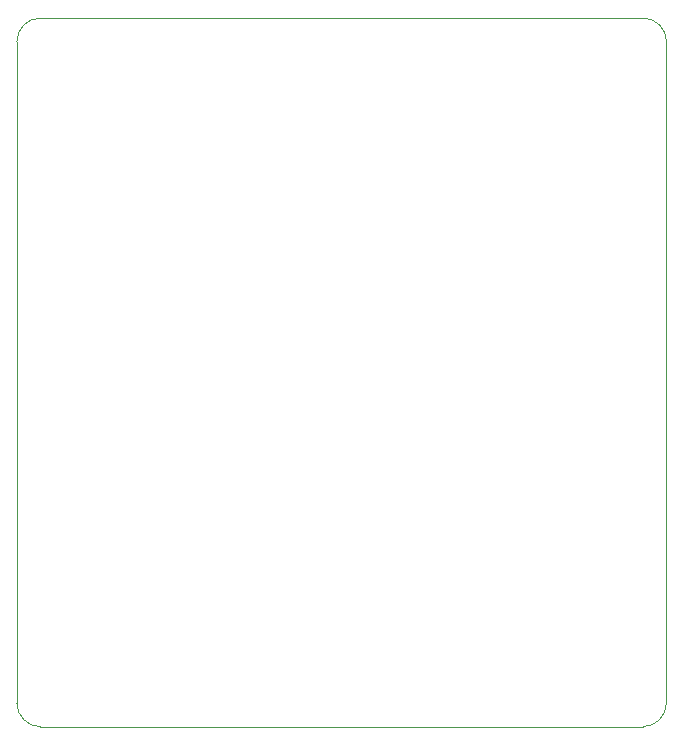
<source format=gbr>
%TF.GenerationSoftware,KiCad,Pcbnew,7.0.6*%
%TF.CreationDate,2023-07-22T11:20:37-03:00*%
%TF.ProjectId,MiniAsic_2020,4d696e69-4173-4696-935f-323032302e6b,rev?*%
%TF.SameCoordinates,Original*%
%TF.FileFunction,Profile,NP*%
%FSLAX46Y46*%
G04 Gerber Fmt 4.6, Leading zero omitted, Abs format (unit mm)*
G04 Created by KiCad (PCBNEW 7.0.6) date 2023-07-22 11:20:37*
%MOMM*%
%LPD*%
G01*
G04 APERTURE LIST*
%TA.AperFunction,Profile*%
%ADD10C,0.100000*%
%TD*%
G04 APERTURE END LIST*
D10*
X120000000Y-118000000D02*
X120000000Y-109600000D01*
X151600000Y-60000000D02*
X122000000Y-60000000D01*
X120000000Y-118000000D02*
G75*
G03*
X122000000Y-120000000I2000000J0D01*
G01*
X120000000Y-62000000D02*
X120000000Y-101000000D01*
X173000000Y-120000000D02*
G75*
G03*
X175000000Y-118000000I0J2000000D01*
G01*
X175000000Y-118000000D02*
X175000000Y-62000000D01*
X175000000Y-62000000D02*
G75*
G03*
X173000000Y-60000000I-2000000J0D01*
G01*
X122000000Y-60000000D02*
G75*
G03*
X120000000Y-62000000I0J-2000000D01*
G01*
X122000000Y-120000000D02*
X173000000Y-120000000D01*
X160200000Y-60000000D02*
X173000000Y-60000000D01*
%TO.C,J3*%
X120000000Y-101000000D02*
X120000000Y-109600000D01*
%TO.C,J4*%
X160200000Y-60000000D02*
X151600000Y-60000000D01*
%TD*%
M02*

</source>
